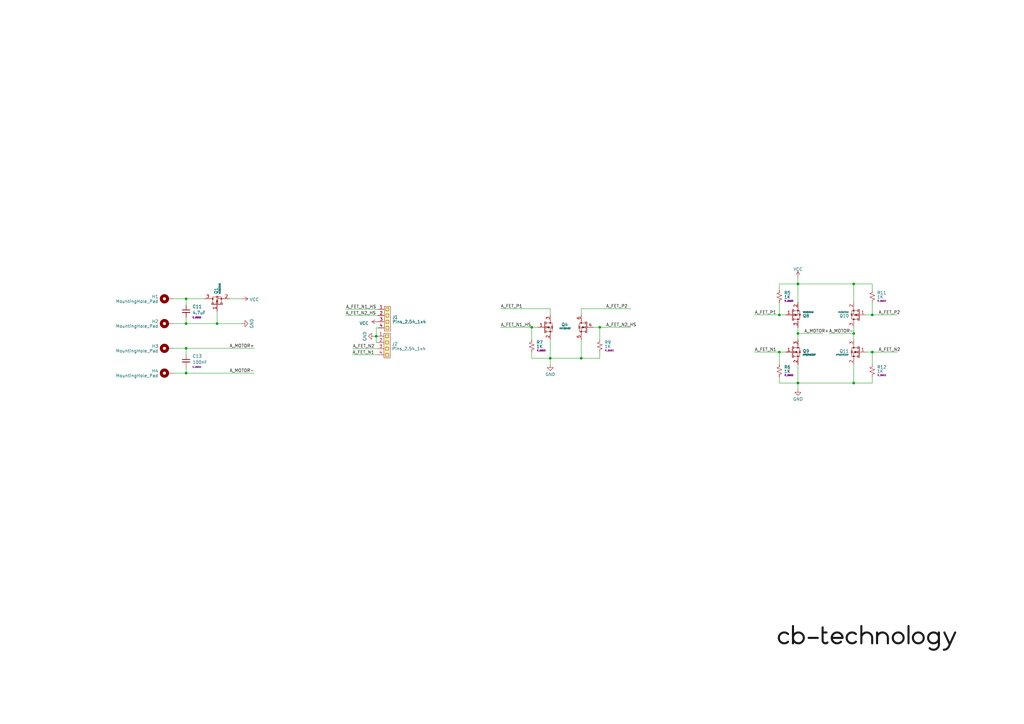
<source format=kicad_sch>
(kicad_sch (version 20230121) (generator eeschema)
  (paper "A3")
  (title_block (title "THE BRAINS - 20A POWER") (date "2023-05-22") (rev "v2.0") (company "CB-TECHNOLOGY"))
  (lib_symbols
    (symbol ".C_Capacitor:C_0603" (pin_numbers hide) (pin_names (offset 1.016))
      (property "Reference" "C" (at 3.175 1.905 0))
      (property "Value" "C_0603" (at 5.715 0 0))
      (property "Size" "C_0603" (at 4.445 -1.905 0))
      (symbol "C_0603_1_1"
        (polyline (pts (xy -1.524 -0.508) (xy 1.524 -0.508)) (stroke (width 0.3302)))
        (polyline (pts (xy -1.524 0.508) (xy 1.524 0.508)) (stroke (width 0.3048)))
        (pin passive line (at 0 2.54 270) (length 2.032) (name "~") (number "1"))
        (pin passive line (at 0 -2.54 90) (length 2.032) (name "~") (number "2"))
      )
    )
    (symbol ".J_Connector:Pins_2.54_1x4" (pin_names hide)
      (property "Reference" "J" (at -1.27 11.43 0))
      (property "Value" "Pins_2.54_1x4" (at 0 -1.27 0))
      (symbol "Pins_2.54_1x4_0_1"
        (rectangle (start -1.27 10.16) (end 1.27 0) (stroke (width 0.1524)) (fill (type background)))
        (rectangle (start -0.635 1.905) (end 0.635 0.635) (stroke (width 0.1524)))
        (rectangle (start -0.635 4.445) (end 0.635 3.175) (stroke (width 0.1524)))
        (rectangle (start -0.635 6.985) (end 0.635 5.715) (stroke (width 0.1524)))
        (rectangle (start -0.635 9.525) (end 0.635 8.255) (stroke (width 0.1524)))
      )
      (symbol "Pins_2.54_1x4_1_1"
        (pin passive line (at -3.81 8.89 0) (length 2.54) (name "1") (number "1"))
        (pin passive line (at -3.81 6.35 0) (length 2.54) (name "2") (number "2"))
        (pin passive line (at -3.81 3.81 0) (length 2.54) (name "3") (number "3"))
        (pin passive line (at -3.81 1.27 0) (length 2.54) (name "4") (number "4"))
      )
    )
    (symbol ".Q_MOSFET:AP50N03DF" (pin_names (offset 0) hide)
      (property "Reference" "Q" (at 2.54 1.27 0))
      (property "Value" "AP50N03DF" (at 2.54 -0.381 0))
      (symbol "AP50N03DF_0_1"
        (circle (center 0 -1.778) (radius 0.254) (fill (type outline)))
        (polyline (pts (xy -2.286 -2.286) (xy -2.286 2.286)) (stroke (width 0.254)))
        (polyline (pts (xy -1.778 -1.27) (xy -1.778 -2.286)) (stroke (width 0.254)))
        (polyline (pts (xy -1.778 0.508) (xy -1.778 -0.508)) (stroke (width 0.254)))
        (polyline (pts (xy -1.778 2.286) (xy -1.778 1.27)) (stroke (width 0.254)))
        (polyline (pts (xy 0 2.54) (xy 0 1.778)))
        (polyline (pts (xy 0 -2.54) (xy 0 0) (xy -1.778 0)))
        (polyline (pts (xy -1.778 1.778) (xy 0.762 1.778) (xy 0.762 -1.778) (xy -1.778 -1.778)))
        (polyline (pts (xy -1.4732 0) (xy -0.4572 -0.381) (xy -0.4572 0.381) (xy -1.4732 0)) (fill (type outline)))
        (polyline (pts (xy 0.254 0.3048) (xy 0.381 0.4318) (xy 1.143 0.4318) (xy 1.27 0.5588)))
        (polyline (pts (xy 0.762 0.3048) (xy 1.143 -0.3302) (xy 0.381 -0.3302) (xy 0.762 0.3048)))
        (circle (center 0 1.778) (radius 0.254) (fill (type outline)))
      )
      (symbol "AP50N03DF_1_1"
        (pin input line (at -5.08 0 0) (length 2.6924) (name "G") (number "1"))
        (pin passive line (at 0 -5.08 90) (length 2.54) (name "S") (number "2"))
        (pin passive line (at 0 5.08 270) (length 2.54) (name "D") (number "3"))
      )
    )
    (symbol ".Q_MOSFET:HXY304DF" (pin_names (offset 0) hide)
      (property "Reference" "Q" (at -2.54 1.651 0))
      (property "Value" "HXY304DF" (at -2.54 0 0))
      (symbol "HXY304DF_0_1"
        (circle (center -7.62 -1.778) (radius 0.254) (fill (type outline)))
        (circle (center -7.62 1.778) (radius 0.254) (fill (type outline)))
        (polyline (pts (xy -9.906 -2.286) (xy -9.906 2.286)) (stroke (width 0.254)))
        (polyline (pts (xy -9.398 -1.27) (xy -9.398 -2.286)) (stroke (width 0.254)))
        (polyline (pts (xy -9.398 0.508) (xy -9.398 -0.508)) (stroke (width 0.254)))
        (polyline (pts (xy -9.398 2.286) (xy -9.398 1.27)) (stroke (width 0.254)))
        (polyline (pts (xy -7.62 2.54) (xy -7.62 1.778)))
        (polyline (pts (xy 5.08 2.54) (xy 5.08 1.778)))
        (polyline (pts (xy 6.858 -1.27) (xy 6.858 -2.286)) (stroke (width 0.254)))
        (polyline (pts (xy 6.858 0.508) (xy 6.858 -0.508)) (stroke (width 0.254)))
        (polyline (pts (xy 6.858 2.286) (xy 6.858 1.27)) (stroke (width 0.254)))
        (polyline (pts (xy 7.366 -2.286) (xy 7.366 2.286)) (stroke (width 0.254)))
        (polyline (pts (xy -7.62 -2.54) (xy -7.62 0) (xy -9.398 0)))
        (polyline (pts (xy 5.08 -2.54) (xy 5.08 0) (xy 6.858 0)))
        (polyline (pts (xy -9.398 1.778) (xy -6.858 1.778) (xy -6.858 -1.778) (xy -9.398 -1.778)))
        (polyline (pts (xy -9.0932 0) (xy -8.0772 -0.381) (xy -8.0772 0.381) (xy -9.0932 0)) (fill (type outline)))
        (polyline (pts (xy -7.366 0.3048) (xy -7.239 0.4318) (xy -6.477 0.4318) (xy -6.35 0.5588)))
        (polyline (pts (xy -6.858 0.3048) (xy -6.477 -0.3302) (xy -7.239 -0.3302) (xy -6.858 0.3048)))
        (polyline (pts (xy 4.318 0.3048) (xy 3.937 -0.3302) (xy 4.699 -0.3302) (xy 4.318 0.3048)))
        (polyline (pts (xy 4.826 0.3048) (xy 4.699 0.4318) (xy 3.937 0.4318) (xy 3.81 0.5588)))
        (polyline (pts (xy 6.5532 0) (xy 5.5372 -0.381) (xy 5.5372 0.381) (xy 6.5532 0)) (fill (type outline)))
        (polyline (pts (xy 6.858 1.778) (xy 4.318 1.778) (xy 4.318 -1.778) (xy 6.858 -1.778)))
        (circle (center 5.08 -1.778) (radius 0.254) (fill (type outline)))
        (circle (center 5.08 1.778) (radius 0.254) (fill (type outline)))
      )
      (symbol "HXY304DF_1_1"
        (pin input line (at -12.7 0 0) (length 2.6924) (name "G") (number "1"))
        (pin passive line (at -7.62 -5.08 90) (length 2.54) (name "S") (number "2"))
        (pin passive line (at -7.62 5.08 270) (length 2.54) (name "D") (number "3"))
        (pin input line (at 10.16 0 180) (length 2.6924) (name "G") (number "4"))
        (pin passive line (at 5.08 -5.08 90) (length 2.54) (name "S") (number "5"))
        (pin passive line (at 5.08 5.08 270) (length 2.54) (name "D") (number "6"))
      )
    )
    (symbol ".Q_MOSFET:VS3522AE" (pin_names (offset 0) hide)
      (property "Reference" "Q" (at 2.54 1.27 0))
      (property "Value" "VS3522AE" (at 2.54 -0.381 0))
      (symbol "VS3522AE_0_1"
        (circle (center 0 -1.778) (radius 0.254) (fill (type outline)))
        (polyline (pts (xy -2.286 -2.286) (xy -2.286 2.286)) (stroke (width 0.254)))
        (polyline (pts (xy -1.778 -1.27) (xy -1.778 -2.286)) (stroke (width 0.254)))
        (polyline (pts (xy -1.778 0.508) (xy -1.778 -0.508)) (stroke (width 0.254)))
        (polyline (pts (xy -1.778 2.286) (xy -1.778 1.27)) (stroke (width 0.254)))
        (polyline (pts (xy 0 2.54) (xy 0 1.778)))
        (polyline (pts (xy 0 -2.54) (xy 0 0) (xy -1.778 0)))
        (polyline (pts (xy -1.778 1.778) (xy 0.762 1.778) (xy 0.762 -1.778) (xy -1.778 -1.778)))
        (polyline (pts (xy -0.254 0) (xy -1.27 0.381) (xy -1.27 -0.381) (xy -0.254 0)) (fill (type outline)))
        (polyline (pts (xy 0.254 -0.508) (xy 0.381 -0.381) (xy 1.143 -0.381) (xy 1.27 -0.254)))
        (polyline (pts (xy 0.762 -0.381) (xy 0.381 0.254) (xy 1.143 0.254) (xy 0.762 -0.381)))
        (circle (center 0 1.778) (radius 0.254) (fill (type outline)))
      )
      (symbol "VS3522AE_1_1"
        (pin input line (at -5.08 0 0) (length 2.6924) (name "G") (number "1"))
        (pin passive line (at 0 -5.08 90) (length 2.54) (name "S") (number "2"))
        (pin passive line (at 0 5.08 270) (length 2.54) (name "D") (number "3"))
      )
    )
    (symbol ".R_Resistor:R_0603" (pin_numbers hide) (pin_names (offset 1.016))
      (property "Reference" "R" (at 2.54 1.905 0))
      (property "Value" "R_0603" (at 5.08 0 0))
      (property "Size" "R_0603" (at 3.81 -1.905 0))
      (symbol "R_0603_1_1"
        (polyline (pts (xy 0 0) (xy 1.016 -0.381) (xy 0 -0.762) (xy -1.016 -1.143) (xy 0 -1.524)))
        (polyline (pts (xy 0 1.524) (xy 1.016 1.143) (xy 0 0.762) (xy -1.016 0.381) (xy 0 0)))
        (pin passive line (at 0 2.54 270) (length 1.016) (name "~") (number "1"))
        (pin passive line (at 0 -2.54 90) (length 1.016) (name "~") (number "2"))
      )
    )
    (symbol "Mechanical:MountingHole_Pad" (pin_numbers hide) (pin_names (offset 1.016) hide)
      (property "Reference" "H" (at 0 6.35 0))
      (property "Value" "MountingHole_Pad" (at 0 4.445 0))
      (symbol "MountingHole_Pad_0_1"
        (circle (center 0 1.27) (radius 1.27) (stroke (width 1.27)))
      )
      (symbol "MountingHole_Pad_1_1"
        (pin input line (at 0 -2.54 90) (length 2.54) (name "1") (number "1"))
      )
    )
    (symbol "power:GND" (power) (pin_names (offset 0))
      (property "Value" "GND" (at 0 -3.81 0))
      (symbol "GND_0_1"
        (polyline (pts (xy 0 0) (xy 0 -1.27) (xy 1.27 -1.27) (xy 0 -2.54) (xy -1.27 -1.27) (xy 0 -1.27)))
      )
      (symbol "GND_1_1"
        (pin power_in line (at 0 0 270) (length 0) hide (name "GND") (number "1"))
      )
    )
    (symbol "power:VCC" (power) (pin_names (offset 0))
      (property "Value" "VCC" (at 0 3.81 0))
      (symbol "VCC_0_1"
        (polyline (pts (xy -0.762 1.27) (xy 0 2.54)))
        (polyline (pts (xy 0 0) (xy 0 2.54)))
        (polyline (pts (xy 0 2.54) (xy 0.762 1.27)))
      )
      (symbol "VCC_1_1"
        (pin power_in line (at 0 0 90) (length 0) hide (name "VCC") (number "1"))
      )
    )
  )
  (junction (at 357.759 129.159))
  (junction (at 76.327 153.035))
  (junction (at 89.027 132.715))
  (junction (at 238.379 146.939))
  (junction (at 76.327 132.715))
  (junction (at 319.659 129.159))
  (junction (at 245.999 134.239))
  (junction (at 218.059 134.239))
  (junction (at 350.139 136.779))
  (junction (at 327.279 116.459))
  (junction (at 350.139 116.459))
  (junction (at 357.759 144.399))
  (junction (at 319.659 144.399))
  (junction (at 76.327 122.555))
  (junction (at 76.327 142.875))
  (junction (at 327.279 157.099))
  (junction (at 350.139 157.099))
  (junction (at 154.305 137.922))
  (junction (at 327.279 136.779))
  (junction (at 225.679 146.939))
  (wire (pts (xy 71.247 142.875) (xy 76.327 142.875)))
  (wire (pts (xy 350.139 136.779) (xy 350.139 139.319)))
  (wire (pts (xy 339.979 136.779) (xy 350.139 136.779)))
  (wire (pts (xy 319.659 157.099) (xy 319.659 154.559)))
  (wire (pts (xy 76.327 130.175) (xy 76.327 132.715)))
  (wire (pts (xy 218.059 146.939) (xy 225.679 146.939)))
  (wire (pts (xy 327.279 116.459) (xy 319.659 116.459)))
  (wire (pts (xy 71.247 153.035) (xy 76.327 153.035)))
  (wire (pts (xy 238.379 146.939) (xy 245.999 146.939)))
  (wire (pts (xy 245.999 134.239) (xy 245.999 139.319)))
  (wire (pts (xy 350.139 116.459) (xy 357.759 116.459)))
  (wire (pts (xy 350.139 157.099) (xy 350.139 149.479)))
  (wire (pts (xy 76.327 122.555) (xy 83.947 122.555)))
  (wire (pts (xy 355.219 144.399) (xy 357.759 144.399)))
  (wire (pts (xy 225.679 126.619) (xy 225.679 129.159)))
  (wire (pts (xy 327.279 157.099) (xy 319.659 157.099)))
  (wire (pts (xy 225.679 146.939) (xy 225.679 149.479)))
  (wire (pts (xy 309.499 144.399) (xy 319.659 144.399)))
  (wire (pts (xy 357.759 124.079) (xy 357.759 129.159)))
  (wire (pts (xy 327.279 116.459) (xy 327.279 124.079)))
  (wire (pts (xy 94.107 122.555) (xy 99.187 122.555)))
  (wire (pts (xy 319.659 144.399) (xy 322.199 144.399)))
  (wire (pts (xy 245.999 134.239) (xy 258.699 134.239)))
  (wire (pts (xy 319.659 144.399) (xy 319.659 149.479)))
  (wire (pts (xy 218.059 144.399) (xy 218.059 146.939)))
  (wire (pts (xy 327.279 157.099) (xy 327.279 159.639)))
  (wire (pts (xy 350.139 116.459) (xy 350.139 124.079)))
  (wire (pts (xy 76.327 142.875) (xy 104.267 142.875)))
  (wire (pts (xy 76.327 122.555) (xy 76.327 125.095)))
  (wire (pts (xy 225.679 139.319) (xy 225.679 146.939)))
  (wire (pts (xy 357.759 144.399) (xy 367.919 144.399)))
  (wire (pts (xy 327.279 157.099) (xy 350.139 157.099)))
  (wire (pts (xy 76.327 142.875) (xy 76.327 145.415)))
  (wire (pts (xy 357.759 129.159) (xy 367.919 129.159)))
  (wire (pts (xy 357.759 116.459) (xy 357.759 118.999)))
  (wire (pts (xy 155.067 134.493) (xy 154.305 134.493)))
  (wire (pts (xy 141.859 126.873) (xy 155.067 126.873)))
  (wire (pts (xy 245.999 134.239) (xy 243.459 134.239)))
  (wire (pts (xy 350.139 134.239) (xy 350.139 136.779)))
  (wire (pts (xy 141.732 129.413) (xy 155.067 129.413)))
  (wire (pts (xy 144.526 145.542) (xy 154.94 145.542)))
  (wire (pts (xy 153.67 137.922) (xy 154.305 137.922)))
  (wire (pts (xy 205.359 126.619) (xy 225.679 126.619)))
  (wire (pts (xy 218.059 134.239) (xy 220.599 134.239)))
  (wire (pts (xy 327.279 149.479) (xy 327.279 157.099)))
  (wire (pts (xy 327.279 113.919) (xy 327.279 116.459)))
  (wire (pts (xy 205.359 134.239) (xy 218.059 134.239)))
  (wire (pts (xy 327.279 116.459) (xy 350.139 116.459)))
  (wire (pts (xy 238.379 126.619) (xy 258.699 126.619)))
  (wire (pts (xy 71.247 132.715) (xy 76.327 132.715)))
  (wire (pts (xy 245.999 146.939) (xy 245.999 144.399)))
  (wire (pts (xy 319.659 129.159) (xy 322.199 129.159)))
  (wire (pts (xy 218.059 134.239) (xy 218.059 139.319)))
  (wire (pts (xy 309.499 129.159) (xy 319.659 129.159)))
  (wire (pts (xy 238.379 139.319) (xy 238.379 146.939)))
  (wire (pts (xy 154.305 140.462) (xy 154.94 140.462)))
  (wire (pts (xy 144.653 143.002) (xy 154.94 143.002)))
  (wire (pts (xy 319.659 124.079) (xy 319.659 129.159)))
  (wire (pts (xy 154.305 137.922) (xy 154.94 137.922)))
  (wire (pts (xy 89.027 127.635) (xy 89.027 132.715)))
  (wire (pts (xy 355.219 129.159) (xy 357.759 129.159)))
  (wire (pts (xy 319.659 116.459) (xy 319.659 118.999)))
  (wire (pts (xy 76.327 153.035) (xy 104.267 153.035)))
  (wire (pts (xy 327.279 134.239) (xy 327.279 136.779)))
  (wire (pts (xy 154.305 137.922) (xy 154.305 140.462)))
  (wire (pts (xy 350.139 157.099) (xy 357.759 157.099)))
  (wire (pts (xy 76.327 150.495) (xy 76.327 153.035)))
  (wire (pts (xy 89.027 132.715) (xy 99.187 132.715)))
  (wire (pts (xy 357.759 144.399) (xy 357.759 149.479)))
  (wire (pts (xy 327.279 136.779) (xy 327.279 139.319)))
  (wire (pts (xy 238.379 126.619) (xy 238.379 129.159)))
  (wire (pts (xy 225.679 146.939) (xy 238.379 146.939)))
  (wire (pts (xy 327.279 136.779) (xy 337.439 136.779)))
  (wire (pts (xy 357.759 157.099) (xy 357.759 154.559)))
  (wire (pts (xy 76.327 132.715) (xy 89.027 132.715)))
  (wire (pts (xy 154.305 134.493) (xy 154.305 137.922)))
  (wire (pts (xy 71.247 122.555) (xy 76.327 122.555)))
  (image (at 355.6 261.62) (scale 0.288117))
  (label "A_FET_P2" (at 360.299 129.159 0))
  (label "A_FET_P2" (at 248.539 126.619 0))
  (label "A_FET_N1" (at 309.499 144.399 0))
  (label "A_FET_N1" (at 144.526 145.542 0))
  (label "A_FET_P1" (at 309.499 129.159 0))
  (label "A_FET_N1_HS" (at 141.859 126.873 0))
  (label "A_MOTOR+" (at 94.107 142.875 0))
  (label "A_MOTOR-" (at 339.979 136.779 0))
  (label "A_FET_N2" (at 144.653 143.002 0))
  (label "A_FET_N2_HS" (at 248.539 134.239 0))
  (label "A_FET_N2_HS" (at 141.732 129.413 0))
  (label "A_MOTOR+" (at 329.819 136.779 0))
  (label "A_FET_N1_HS" (at 205.359 134.239 0))
  (label "A_FET_N2" (at 360.299 144.399 0))
  (label "A_FET_P1" (at 205.359 126.619 0))
  (label "A_MOTOR-" (at 94.107 153.035 0))
  (symbol (lib_id ".R_Resistor:R_0603") (at 357.759 121.539 0) (mirror y) (unit 1)
    (property "Reference" "R11" (at 359.6894 120.0911 0) (effects (justify right)))
    (property "Value" "1K" (at 359.664 121.8183 0) (effects (justify right)))
    (property "Footprint" ".R_Resistor:R_0603" (effects hide))
    (property "Size" "R_0603" (at 359.8418 123.4186 0) (effects (font (size 0.635 0.635)) (justify right)))
  )
  (symbol (lib_id "power:GND") (at 225.679 149.479 0) (unit 1)
    (property "Reference" "#PWR019" (effects hide))
    (property "Value" "GND" (at 225.679 153.543 0))
  )
  (symbol (lib_id ".J_Connector:Pins_2.54_1x4") (at 158.75 146.812 0) (unit 1)
    (property "Reference" "J2" (at 160.7312 141.0883 0) (effects (justify left)))
    (property "Value" "Pins_2.54_1x4" (at 160.7312 143.0093 0) (effects (justify left)))
    (property "Footprint" ".J_Connector:Pins-2.54-1x4" (effects hide))
  )
  (symbol (lib_id "power:VCC") (at 99.187 122.555 270) (unit 1)
    (property "Reference" "#PWR04" (effects hide))
    (property "Value" "VCC" (at 102.362 122.8718 90) (effects (justify left)))
  )
  (symbol (lib_id "power:GND") (at 153.67 137.922 270) (unit 1)
    (property "Reference" "#PWR07" (effects hide))
    (property "Value" "GND" (at 149.606 137.922 0))
  )
  (symbol (lib_id ".Q_MOSFET:VS3522AE") (at 89.027 122.555 90) (unit 1)
    (property "Reference" "Q1" (at 88.652 120.65 0) (effects (justify left)))
    (property "Value" "VS3522AE" (at 90.1396 120.65 0) (effects (font (size 0.6096 0.6096)) (justify left)))
    (property "Footprint" ".Q_MOSFET:8-DFN_3x3" (effects hide))
    (property "Datasheet" "https://datasheet.lcsc.com/lcsc/1912111437_Vanguard-VS3522AE_C428259.pdf" (effects hide))
  )
  (symbol (lib_id ".Q_MOSFET:VS3522AE") (at 327.279 129.159 0) (mirror x) (unit 1)
    (property "Reference" "Q8" (at 329.184 129.534 0) (effects (justify left)))
    (property "Value" "VS3522AE" (at 329.184 128.0464 0) (effects (font (size 0.6096 0.6096)) (justify left)))
    (property "Footprint" ".Q_MOSFET:8-DFN_3x3" (effects hide))
    (property "Datasheet" "https://datasheet.lcsc.com/lcsc/1912111437_Vanguard-VS3522AE_C428259.pdf" (effects hide))
  )
  (symbol (lib_id ".R_Resistor:R_0603") (at 319.659 121.539 0) (mirror y) (unit 1)
    (property "Reference" "R5" (at 321.5894 120.0911 0) (effects (justify right)))
    (property "Value" "1K" (at 321.564 121.8183 0) (effects (justify right)))
    (property "Footprint" ".R_Resistor:R_0603" (effects hide))
    (property "Size" "R_0603" (at 321.7418 123.4186 0) (effects (font (size 0.635 0.635)) (justify right)))
  )
  (symbol (lib_id "power:VCC") (at 155.067 131.953 90) (unit 1)
    (property "Reference" "#PWR06" (effects hide))
    (property "Value" "VCC" (at 151.257 132.588 90) (effects (justify left)))
  )
  (symbol (lib_id "Mechanical:MountingHole_Pad") (at 68.707 142.875 90) (unit 1)
    (property "Reference" "H3" (at 63.6524 141.9819 90))
    (property "Value" "MountingHole_Pad" (at 56.2102 143.9188 90))
    (property "Footprint" "MountingHole:MountingHole_2.2mm_M2_Pad_TopBottom" (effects hide))
  )
  (symbol (lib_id ".Q_MOSFET:AP50N03DF") (at 350.139 144.399 0) (mirror y) (unit 1)
    (property "Reference" "Q11" (at 348.234 144.0157 0) (effects (justify left)))
    (property "Value" "AP50N03DF" (at 348.234 145.5167 0) (effects (font (size 0.63 0.63)) (justify left)))
    (property "Footprint" ".Q_MOSFET:8-DFN_3x3" (effects hide))
    (property "Datasheet" "https://datasheet.lcsc.com/lcsc/2205131445_A-Power-microelectronics-AP50N03DF_C3011272.pdf" (effects hide))
  )
  (symbol (lib_id ".Q_MOSFET:VS3522AE") (at 350.139 129.159 180) (unit 1)
    (property "Reference" "Q10" (at 348.234 129.534 0) (effects (justify left)))
    (property "Value" "VS3522AE" (at 348.234 128.0464 0) (effects (font (size 0.6096 0.6096)) (justify left)))
    (property "Footprint" ".Q_MOSFET:8-DFN_3x3" (effects hide))
    (property "Datasheet" "https://datasheet.lcsc.com/lcsc/1912111437_Vanguard-VS3522AE_C428259.pdf" (effects hide))
  )
  (symbol (lib_id ".R_Resistor:R_0603") (at 357.759 152.019 0) (mirror y) (unit 1)
    (property "Reference" "R12" (at 359.6894 150.5711 0) (effects (justify right)))
    (property "Value" "1K" (at 359.664 152.2983 0) (effects (justify right)))
    (property "Footprint" ".R_Resistor:R_0603" (effects hide))
    (property "Size" "R_0603" (at 359.8418 153.8986 0) (effects (font (size 0.635 0.635)) (justify right)))
  )
  (symbol (lib_id ".R_Resistor:R_0603") (at 319.659 152.019 0) (mirror y) (unit 1)
    (property "Reference" "R6" (at 321.5894 150.5711 0) (effects (justify right)))
    (property "Value" "1K" (at 321.564 152.2983 0) (effects (justify right)))
    (property "Footprint" ".R_Resistor:R_0603" (effects hide))
    (property "Size" "R_0603" (at 321.7418 153.8986 0) (effects (font (size 0.635 0.635)) (justify right)))
  )
  (symbol (lib_id "power:GND") (at 327.279 159.639 0) (unit 1)
    (property "Reference" "#PWR018" (effects hide))
    (property "Value" "GND" (at 327.279 163.703 0))
  )
  (symbol (lib_id ".C_Capacitor:C_0603") (at 76.327 147.955 0) (unit 1)
    (property "Reference" "C13" (at 78.9178 146.0562 0) (effects (justify left)))
    (property "Value" "100nF" (at 78.9178 148.5962 0) (effects (justify left)))
    (property "Footprint" ".C_Capacitor:C_0603" (effects hide))
    (property "Size" "C_0603" (at 78.9178 150.5013 0) (effects (font (size 0.635 0.635)) (justify left)))
  )
  (symbol (lib_id ".R_Resistor:R_0603") (at 218.059 141.859 0) (mirror y) (unit 1)
    (property "Reference" "R7" (at 219.9894 140.4111 0) (effects (justify right)))
    (property "Value" "1K" (at 219.964 142.1383 0) (effects (justify right)))
    (property "Footprint" ".R_Resistor:R_0603" (effects hide))
    (property "Size" "R_0603" (at 220.1418 143.7386 0) (effects (font (size 0.635 0.635)) (justify right)))
  )
  (symbol (lib_id "power:GND") (at 99.187 132.715 90) (unit 1)
    (property "Reference" "#PWR05" (effects hide))
    (property "Value" "GND" (at 103.251 132.715 0))
  )
  (symbol (lib_id "power:VCC") (at 327.279 113.919 0) (unit 1)
    (property "Reference" "#PWR017" (effects hide))
    (property "Value" "VCC" (at 327.279 110.4171 0))
  )
  (symbol (lib_id "Mechanical:MountingHole_Pad") (at 68.707 153.035 90) (unit 1)
    (property "Reference" "H4" (at 63.6524 152.1419 90))
    (property "Value" "MountingHole_Pad" (at 56.2102 154.0788 90))
    (property "Footprint" "MountingHole:MountingHole_2.2mm_M2_Pad_TopBottom" (effects hide))
  )
  (symbol (lib_id ".Q_MOSFET:AP50N03DF") (at 327.279 144.399 0) (unit 1)
    (property "Reference" "Q9" (at 329.184 144.0157 0) (effects (justify left)))
    (property "Value" "AP50N03DF" (at 329.184 145.5167 0) (effects (font (size 0.63 0.63)) (justify left)))
    (property "Footprint" ".Q_MOSFET:8-DFN_3x3" (effects hide))
    (property "Datasheet" "https://datasheet.lcsc.com/lcsc/2205131445_A-Power-microelectronics-AP50N03DF_C3011272.pdf" (effects hide))
  )
  (symbol (lib_id ".R_Resistor:R_0603") (at 245.999 141.859 0) (mirror y) (unit 1)
    (property "Reference" "R9" (at 247.9294 140.4111 0) (effects (justify right)))
    (property "Value" "1K" (at 247.904 142.1383 0) (effects (justify right)))
    (property "Footprint" ".R_Resistor:R_0603" (effects hide))
    (property "Size" "R_0603" (at 248.0818 143.7386 0) (effects (font (size 0.635 0.635)) (justify right)))
  )
  (symbol (lib_id "Mechanical:MountingHole_Pad") (at 68.707 132.715 90) (unit 1)
    (property "Reference" "H2" (at 63.6524 131.8219 90))
    (property "Value" "MountingHole_Pad" (at 56.2102 133.7588 90))
    (property "Footprint" "MountingHole:MountingHole_2.2mm_M2_Pad_TopBottom" (effects hide))
  )
  (symbol (lib_id ".J_Connector:Pins_2.54_1x4") (at 158.877 135.763 0) (unit 1)
    (property "Reference" "J1" (at 160.8582 130.0393 0) (effects (justify left)))
    (property "Value" "Pins_2.54_1x4" (at 160.8582 131.9603 0) (effects (justify left)))
    (property "Footprint" ".J_Connector:Pins-2.54-1x4" (effects hide))
  )
  (symbol (lib_id "Mechanical:MountingHole_Pad") (at 68.707 122.555 90) (unit 1)
    (property "Reference" "H1" (at 63.6524 121.6619 90))
    (property "Value" "MountingHole_Pad" (at 56.2102 123.5988 90))
    (property "Footprint" "MountingHole:MountingHole_2.2mm_M2_Pad_TopBottom" (effects hide))
  )
  (symbol (lib_id ".Q_MOSFET:HXY304DF") (at 233.299 134.239 0) (unit 1)
    (property "Reference" "Q4" (at 231.5963 133.1298 0))
    (property "Value" "HXY304DF" (at 231.7871 134.6771 0) (effects (font (size 0.63 0.63))))
    (property "Footprint" ".Q_MOSFET:8-DFN_3x3_DUAL" (effects hide))
    (property "Datasheet" "https://datasheet.lcsc.com/lcsc/2212160808_HXY-MOSFET-HXY304DF_C3033454.pdf" (effects hide))
  )
  (symbol (lib_id ".C_Capacitor:C_0603") (at 76.327 127.635 0) (unit 1)
    (property "Reference" "C11" (at 78.9178 125.7362 0) (effects (justify left)))
    (property "Value" "4.7uF" (at 78.9178 128.2762 0) (effects (justify left)))
    (property "Footprint" ".C_Capacitor:C_0603" (effects hide))
    (property "Size" "C_0603" (at 78.9178 130.1813 0) (effects (font (size 0.635 0.635)) (justify left)))
  )
)
</source>
